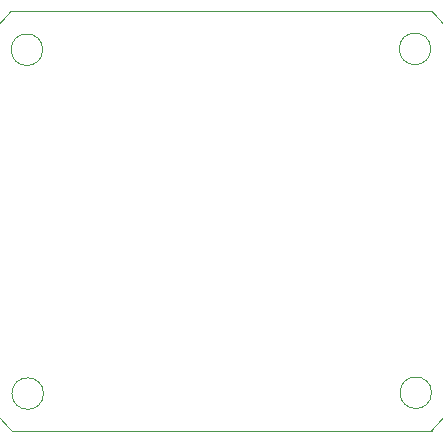
<source format=gbr>
%TF.GenerationSoftware,KiCad,Pcbnew,(6.0.10)*%
%TF.CreationDate,2023-02-02T13:59:13+08:00*%
%TF.ProjectId,AlarmTag,416c6172-6d54-4616-972e-6b696361645f,rev?*%
%TF.SameCoordinates,Original*%
%TF.FileFunction,Profile,NP*%
%FSLAX46Y46*%
G04 Gerber Fmt 4.6, Leading zero omitted, Abs format (unit mm)*
G04 Created by KiCad (PCBNEW (6.0.10)) date 2023-02-02 13:59:13*
%MOMM*%
%LPD*%
G01*
G04 APERTURE LIST*
%TA.AperFunction,Profile*%
%ADD10C,0.100000*%
%TD*%
G04 APERTURE END LIST*
D10*
X106977259Y-132734768D02*
G75*
G03*
X106977259Y-132734768I-1334364J0D01*
G01*
X139843770Y-135893930D02*
G75*
G03*
X139843767Y-100333927I-17780000J17780000D01*
G01*
X104283770Y-100333930D02*
G75*
G03*
X104283767Y-135893927I17780000J-17780000D01*
G01*
X139834546Y-132663922D02*
G75*
G03*
X139834546Y-132663922I-1334364J0D01*
G01*
X104283767Y-135893927D02*
X139843767Y-135893927D01*
X106909650Y-103620909D02*
G75*
G03*
X106909650Y-103620909I-1334364J0D01*
G01*
X104283767Y-100333927D02*
X139843767Y-100333927D01*
X139766937Y-103550063D02*
G75*
G03*
X139766937Y-103550063I-1334364J0D01*
G01*
M02*

</source>
